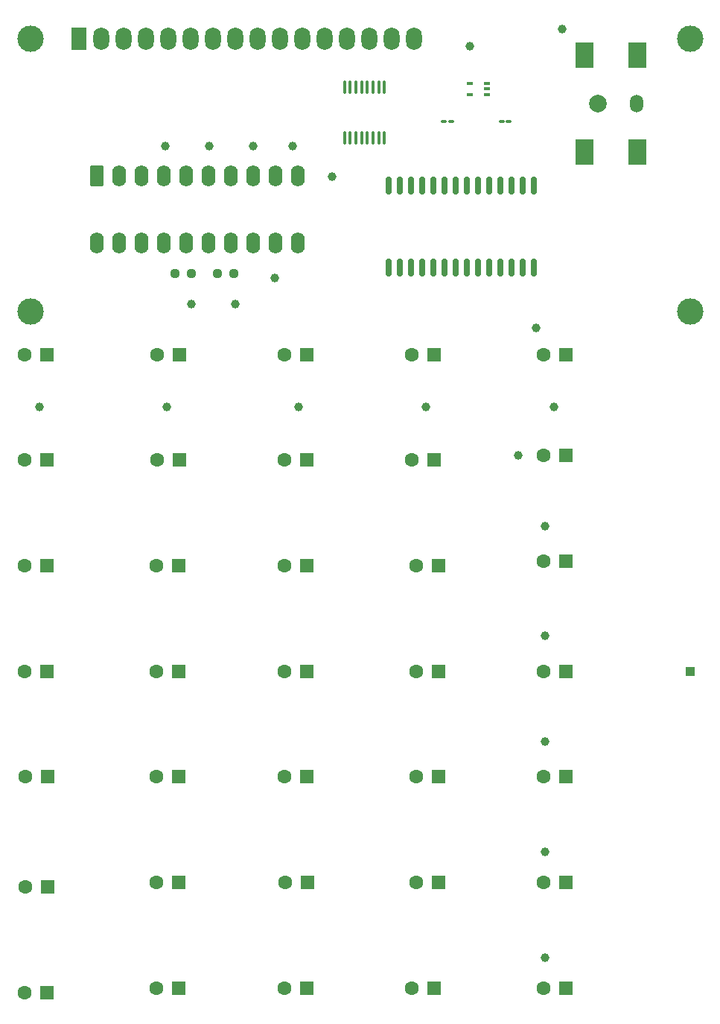
<source format=gbr>
%TF.GenerationSoftware,KiCad,Pcbnew,9.0.3*%
%TF.CreationDate,2025-09-20T21:36:46-05:00*%
%TF.ProjectId,RPNCalcProject,52504e43-616c-4635-9072-6f6a6563742e,rev?*%
%TF.SameCoordinates,Original*%
%TF.FileFunction,Soldermask,Bot*%
%TF.FilePolarity,Negative*%
%FSLAX46Y46*%
G04 Gerber Fmt 4.6, Leading zero omitted, Abs format (unit mm)*
G04 Created by KiCad (PCBNEW 9.0.3) date 2025-09-20 21:36:46*
%MOMM*%
%LPD*%
G01*
G04 APERTURE LIST*
G04 Aperture macros list*
%AMRoundRect*
0 Rectangle with rounded corners*
0 $1 Rounding radius*
0 $2 $3 $4 $5 $6 $7 $8 $9 X,Y pos of 4 corners*
0 Add a 4 corners polygon primitive as box body*
4,1,4,$2,$3,$4,$5,$6,$7,$8,$9,$2,$3,0*
0 Add four circle primitives for the rounded corners*
1,1,$1+$1,$2,$3*
1,1,$1+$1,$4,$5*
1,1,$1+$1,$6,$7*
1,1,$1+$1,$8,$9*
0 Add four rect primitives between the rounded corners*
20,1,$1+$1,$2,$3,$4,$5,0*
20,1,$1+$1,$4,$5,$6,$7,0*
20,1,$1+$1,$6,$7,$8,$9,0*
20,1,$1+$1,$8,$9,$2,$3,0*%
G04 Aperture macros list end*
%ADD10R,1.000000X1.000000*%
%ADD11C,1.000000*%
%ADD12C,3.000000*%
%ADD13R,1.800000X2.600000*%
%ADD14O,1.800000X2.600000*%
%ADD15RoundRect,0.250000X0.550000X0.550000X-0.550000X0.550000X-0.550000X-0.550000X0.550000X-0.550000X0*%
%ADD16C,1.600000*%
%ADD17RoundRect,0.237500X0.250000X0.237500X-0.250000X0.237500X-0.250000X-0.237500X0.250000X-0.237500X0*%
%ADD18O,1.500000X2.000000*%
%ADD19C,2.000000*%
%ADD20R,2.000000X3.000000*%
%ADD21RoundRect,0.100000X0.225000X0.100000X-0.225000X0.100000X-0.225000X-0.100000X0.225000X-0.100000X0*%
%ADD22RoundRect,0.100000X0.217500X0.100000X-0.217500X0.100000X-0.217500X-0.100000X0.217500X-0.100000X0*%
%ADD23RoundRect,0.150000X0.150000X-0.875000X0.150000X0.875000X-0.150000X0.875000X-0.150000X-0.875000X0*%
%ADD24RoundRect,0.100000X-0.100000X0.637500X-0.100000X-0.637500X0.100000X-0.637500X0.100000X0.637500X0*%
%ADD25RoundRect,0.250000X-0.550000X0.950000X-0.550000X-0.950000X0.550000X-0.950000X0.550000X0.950000X0*%
%ADD26O,1.600000X2.400000*%
G04 APERTURE END LIST*
D10*
%TO.C,TP3*%
X212000000Y-110000000D03*
%TD*%
D11*
%TO.C,TP28*%
X152500000Y-80000000D03*
%TD*%
%TO.C,TP31*%
X196500000Y-80000000D03*
%TD*%
D12*
%TO.C,DS2*%
X137000900Y-38142500D03*
X137000900Y-69143200D03*
X211999480Y-69143200D03*
X212000000Y-38142500D03*
D13*
X142500000Y-38142500D03*
D14*
X145040000Y-38142500D03*
X147580000Y-38142500D03*
X150120000Y-38142500D03*
X152660000Y-38142500D03*
X155200000Y-38142500D03*
X157740000Y-38142500D03*
X160280000Y-38142500D03*
X162820000Y-38142500D03*
X165360000Y-38142500D03*
X167900000Y-38142500D03*
X170440000Y-38142500D03*
X172980000Y-38142500D03*
X175520000Y-38142500D03*
X178060000Y-38142500D03*
X180600000Y-38142500D03*
%TD*%
D11*
%TO.C,TP30*%
X182000000Y-80000000D03*
%TD*%
%TO.C,TP29*%
X167500000Y-80000000D03*
%TD*%
%TO.C,TP27*%
X138000000Y-80000000D03*
%TD*%
%TO.C,TP16*%
X171310000Y-53810000D03*
%TD*%
D15*
%TO.C,D17*%
X168425686Y-74000000D03*
D16*
X165885686Y-74000000D03*
%TD*%
D15*
%TO.C,D26*%
X182925686Y-86000000D03*
D16*
X180385686Y-86000000D03*
%TD*%
D15*
%TO.C,D10*%
X153925686Y-86000000D03*
D16*
X151385686Y-86000000D03*
%TD*%
D15*
%TO.C,D4*%
X138925686Y-110000000D03*
D16*
X136385686Y-110000000D03*
%TD*%
D15*
%TO.C,D8*%
X197925686Y-74000000D03*
D16*
X195385686Y-74000000D03*
%TD*%
D11*
%TO.C,TP20*%
X194500000Y-71000000D03*
%TD*%
D17*
%TO.C,R2*%
X155310000Y-64810000D03*
X153485000Y-64810000D03*
%TD*%
D15*
%TO.C,D33*%
X197925686Y-122000000D03*
D16*
X195385686Y-122000000D03*
%TD*%
D15*
%TO.C,D12*%
X153851372Y-110000000D03*
D16*
X151311372Y-110000000D03*
%TD*%
D18*
%TO.C,J1*%
X205900000Y-45500000D03*
D19*
X201500000Y-45500000D03*
D20*
X206000000Y-40000000D03*
X200000000Y-40000000D03*
X200000000Y-51000000D03*
X206000000Y-51000000D03*
%TD*%
D15*
%TO.C,D13*%
X153851372Y-122000000D03*
D16*
X151311372Y-122000000D03*
%TD*%
D11*
%TO.C,TP17*%
X166810000Y-50310000D03*
%TD*%
D15*
%TO.C,D35*%
X197925686Y-146000000D03*
D16*
X195385686Y-146000000D03*
%TD*%
D11*
%TO.C,TP25*%
X195500000Y-130500000D03*
%TD*%
D15*
%TO.C,D28*%
X183425686Y-110000000D03*
D16*
X180885686Y-110000000D03*
%TD*%
D15*
%TO.C,D3*%
X138925686Y-98000000D03*
D16*
X136385686Y-98000000D03*
%TD*%
D15*
%TO.C,D15*%
X153851372Y-146000000D03*
D16*
X151311372Y-146000000D03*
%TD*%
D15*
%TO.C,D9*%
X153925686Y-74000000D03*
D16*
X151385686Y-74000000D03*
%TD*%
D11*
%TO.C,TP2*%
X197500000Y-37000000D03*
%TD*%
D21*
%TO.C,U4*%
X188900000Y-43200000D03*
X188900000Y-43850000D03*
X188900000Y-44500000D03*
X187000000Y-44500000D03*
X187000000Y-43200000D03*
%TD*%
D11*
%TO.C,TP22*%
X195500000Y-93500000D03*
%TD*%
D15*
%TO.C,D21*%
X168425686Y-122000000D03*
D16*
X165885686Y-122000000D03*
%TD*%
D15*
%TO.C,D34*%
X197925686Y-134000000D03*
D16*
X195385686Y-134000000D03*
%TD*%
D11*
%TO.C,TP5*%
X155310000Y-68310000D03*
%TD*%
D15*
%TO.C,D30*%
X183425686Y-134000000D03*
D16*
X180885686Y-134000000D03*
%TD*%
D11*
%TO.C,TP24*%
X195500000Y-118000000D03*
%TD*%
D15*
%TO.C,D22*%
X168500000Y-134000000D03*
D16*
X165960000Y-134000000D03*
%TD*%
D11*
%TO.C,TP6*%
X152310000Y-50310000D03*
%TD*%
D15*
%TO.C,D25*%
X182925686Y-74000000D03*
D16*
X180385686Y-74000000D03*
%TD*%
D15*
%TO.C,D20*%
X168425686Y-110000000D03*
D16*
X165885686Y-110000000D03*
%TD*%
D11*
%TO.C,TP26*%
X195500000Y-142500000D03*
%TD*%
D15*
%TO.C,D14*%
X153851372Y-134000000D03*
D16*
X151311372Y-134000000D03*
%TD*%
D22*
%TO.C,C2*%
X184840000Y-47500000D03*
X184025000Y-47500000D03*
%TD*%
D15*
%TO.C,D6*%
X139000000Y-134500000D03*
D16*
X136460000Y-134500000D03*
%TD*%
D11*
%TO.C,TP1*%
X187000000Y-39000000D03*
%TD*%
D17*
%TO.C,R1*%
X160135000Y-64810000D03*
X158310000Y-64810000D03*
%TD*%
D11*
%TO.C,TP7*%
X157310000Y-50310000D03*
%TD*%
D15*
%TO.C,D32*%
X197925686Y-110000000D03*
D16*
X195385686Y-110000000D03*
%TD*%
D11*
%TO.C,TP18*%
X162310000Y-50310000D03*
%TD*%
D23*
%TO.C,U2*%
X194255000Y-64150000D03*
X192985000Y-64150000D03*
X191715000Y-64150000D03*
X190445000Y-64150000D03*
X189175000Y-64150000D03*
X187905000Y-64150000D03*
X186635000Y-64150000D03*
X185365000Y-64150000D03*
X184095000Y-64150000D03*
X182825000Y-64150000D03*
X181555000Y-64150000D03*
X180285000Y-64150000D03*
X179015000Y-64150000D03*
X177745000Y-64150000D03*
X177745000Y-54850000D03*
X179015000Y-54850000D03*
X180285000Y-54850000D03*
X181555000Y-54850000D03*
X182825000Y-54850000D03*
X184095000Y-54850000D03*
X185365000Y-54850000D03*
X186635000Y-54850000D03*
X187905000Y-54850000D03*
X189175000Y-54850000D03*
X190445000Y-54850000D03*
X191715000Y-54850000D03*
X192985000Y-54850000D03*
X194255000Y-54850000D03*
%TD*%
D15*
%TO.C,D2*%
X138925686Y-86000000D03*
D16*
X136385686Y-86000000D03*
%TD*%
D22*
%TO.C,C1*%
X191407500Y-47500000D03*
X190592500Y-47500000D03*
%TD*%
D15*
%TO.C,D31*%
X182925686Y-146000000D03*
D16*
X180385686Y-146000000D03*
%TD*%
D24*
%TO.C,U3*%
X172725000Y-43637500D03*
X173375000Y-43637500D03*
X174025000Y-43637500D03*
X174675000Y-43637500D03*
X175325000Y-43637500D03*
X175975000Y-43637500D03*
X176625000Y-43637500D03*
X177275000Y-43637500D03*
X177275000Y-49362500D03*
X176625000Y-49362500D03*
X175975000Y-49362500D03*
X175325000Y-49362500D03*
X174675000Y-49362500D03*
X174025000Y-49362500D03*
X173375000Y-49362500D03*
X172725000Y-49362500D03*
%TD*%
D15*
%TO.C,D29*%
X183425686Y-122000000D03*
D16*
X180885686Y-122000000D03*
%TD*%
D15*
%TO.C,D18*%
X168425686Y-86000000D03*
D16*
X165885686Y-86000000D03*
%TD*%
D15*
%TO.C,D23*%
X168425686Y-146000000D03*
D16*
X165885686Y-146000000D03*
%TD*%
D15*
%TO.C,D27*%
X183425686Y-98000000D03*
D16*
X180885686Y-98000000D03*
%TD*%
D15*
%TO.C,D11*%
X153851372Y-98000000D03*
D16*
X151311372Y-98000000D03*
%TD*%
D15*
%TO.C,D19*%
X168425686Y-98000000D03*
D16*
X165885686Y-98000000D03*
%TD*%
D15*
%TO.C,D5*%
X139000000Y-122000000D03*
D16*
X136460000Y-122000000D03*
%TD*%
D11*
%TO.C,TP4*%
X160310000Y-68310000D03*
%TD*%
%TO.C,TP23*%
X195500000Y-106000000D03*
%TD*%
%TO.C,TP19*%
X164810000Y-65310000D03*
%TD*%
D25*
%TO.C,U1*%
X144570000Y-53690000D03*
D26*
X147110000Y-53690000D03*
X149650000Y-53690000D03*
X152190000Y-53690000D03*
X154730000Y-53690000D03*
X157270000Y-53690000D03*
X159810000Y-53690000D03*
X162350000Y-53690000D03*
X164890000Y-53690000D03*
X167430000Y-53690000D03*
X167430000Y-61310000D03*
X164890000Y-61310000D03*
X162350000Y-61310000D03*
X159810000Y-61310000D03*
X157270000Y-61310000D03*
X154730000Y-61310000D03*
X152190000Y-61310000D03*
X149650000Y-61310000D03*
X147110000Y-61310000D03*
X144570000Y-61310000D03*
%TD*%
D15*
%TO.C,D24*%
X197925686Y-97500000D03*
D16*
X195385686Y-97500000D03*
%TD*%
D15*
%TO.C,D16*%
X197925686Y-85500000D03*
D16*
X195385686Y-85500000D03*
%TD*%
D15*
%TO.C,D7*%
X138925686Y-146500000D03*
D16*
X136385686Y-146500000D03*
%TD*%
D11*
%TO.C,TP21*%
X192500000Y-85500000D03*
%TD*%
D15*
%TO.C,D1*%
X138925686Y-74000000D03*
D16*
X136385686Y-74000000D03*
%TD*%
M02*

</source>
